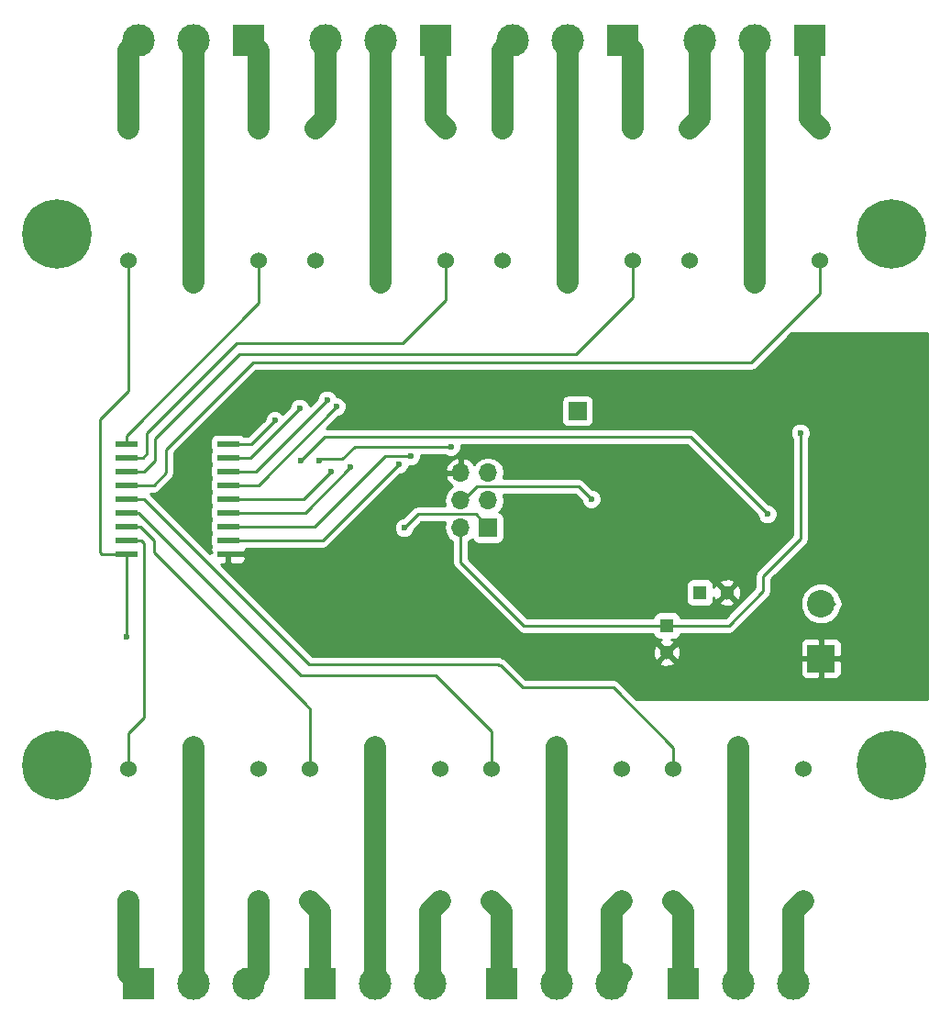
<source format=gbl>
G04 #@! TF.FileFunction,Copper,L2,Bot,Signal*
%FSLAX45Y45*%
G04 Gerber Fmt 4.5, Leading zero omitted, Abs format (unit mm)*
G04 Created by KiCad (PCBNEW 4.0.5-e0-6337~49~ubuntu16.04.1) date Tue Jan 24 14:39:18 2017*
%MOMM*%
%LPD*%
G01*
G04 APERTURE LIST*
%ADD10C,0.100000*%
%ADD11R,2.540000X2.540000*%
%ADD12C,2.540000*%
%ADD13R,1.700000X1.700000*%
%ADD14O,1.700000X1.700000*%
%ADD15R,1.300000X1.300000*%
%ADD16C,1.300000*%
%ADD17R,2.000000X0.600000*%
%ADD18R,3.000000X3.000000*%
%ADD19C,3.000000*%
%ADD20C,1.524000*%
%ADD21C,6.400000*%
%ADD22C,0.600000*%
%ADD23C,0.250000*%
%ADD24C,2.000000*%
%ADD25C,0.254000*%
G04 APERTURE END LIST*
D10*
D11*
X19532600Y-11709400D03*
D12*
X19532600Y-11201400D03*
D13*
X17284700Y-9423400D03*
X16459200Y-10502900D03*
D14*
X16205200Y-10502900D03*
X16459200Y-10248900D03*
X16205200Y-10248900D03*
X16459200Y-9994900D03*
X16205200Y-9994900D03*
D15*
X18415000Y-11099800D03*
D16*
X18665000Y-11099800D03*
D15*
X18110200Y-11404600D03*
D16*
X18110200Y-11654600D03*
D17*
X13119000Y-9728200D03*
X13119000Y-9855200D03*
X13119000Y-9982200D03*
X13119000Y-10109200D03*
X13119000Y-10236200D03*
X13119000Y-10363200D03*
X13119000Y-10490200D03*
X13119000Y-10617200D03*
X13119000Y-10744200D03*
X14059000Y-10744200D03*
X14059000Y-10617200D03*
X14059000Y-10490200D03*
X14059000Y-10363200D03*
X14059000Y-10236200D03*
X14059000Y-10109200D03*
X14059000Y-9982200D03*
X14059000Y-9855200D03*
X14059000Y-9728200D03*
D18*
X14249400Y-6007100D03*
D19*
X13741400Y-6007100D03*
X13233400Y-6007100D03*
X14960600Y-6007100D03*
X15468600Y-6007100D03*
D18*
X15976600Y-6007100D03*
X17703800Y-6007100D03*
D19*
X17195800Y-6007100D03*
X16687800Y-6007100D03*
X18415000Y-6007100D03*
X18923000Y-6007100D03*
D18*
X19431000Y-6007100D03*
D19*
X19278600Y-14706600D03*
X18770600Y-14706600D03*
D18*
X18262600Y-14706600D03*
X16586200Y-14706600D03*
D19*
X17094200Y-14706600D03*
X17602200Y-14706600D03*
X15925800Y-14706600D03*
X15417800Y-14706600D03*
D18*
X14909800Y-14706600D03*
X13233400Y-14706600D03*
D19*
X13741400Y-14706600D03*
X14249400Y-14706600D03*
D20*
X13741400Y-8239500D03*
X13141400Y-6819500D03*
X14341400Y-6819500D03*
X14341400Y-8039500D03*
X13141400Y-8039500D03*
X14868600Y-8039500D03*
X16068600Y-8039500D03*
X16068600Y-6819500D03*
X14868600Y-6819500D03*
X15468600Y-8239500D03*
X17195800Y-8239500D03*
X16595800Y-6819500D03*
X17795800Y-6819500D03*
X17795800Y-8039500D03*
X16595800Y-8039500D03*
X18323000Y-8039500D03*
X19523000Y-8039500D03*
X19523000Y-6819500D03*
X18323000Y-6819500D03*
X18923000Y-8239500D03*
X18770600Y-12525000D03*
X19370600Y-13945000D03*
X18170600Y-13945000D03*
X18170600Y-12725000D03*
X19370600Y-12725000D03*
X17694200Y-12725000D03*
X16494200Y-12725000D03*
X16494200Y-13945000D03*
X17694200Y-13945000D03*
X17094200Y-12525000D03*
X15417800Y-12525000D03*
X16017800Y-13945000D03*
X14817800Y-13945000D03*
X14817800Y-12725000D03*
X16017800Y-12725000D03*
X14341400Y-12725000D03*
X13141400Y-12725000D03*
X13141400Y-13945000D03*
X14341400Y-13945000D03*
X13741400Y-12525000D03*
D21*
X20183000Y-7792700D03*
X12483000Y-7792700D03*
X12483000Y-12697400D03*
X20183000Y-12697400D03*
D22*
X19342100Y-9626600D03*
X17411700Y-10236200D03*
X15684500Y-10502900D03*
X14897100Y-9880600D03*
X16116300Y-9753600D03*
X14732000Y-9880600D03*
X19037300Y-10375900D03*
X13119100Y-11506200D03*
X15633700Y-9918700D03*
X15748000Y-9842500D03*
X15189200Y-9944100D03*
X15011400Y-9982200D03*
X15062200Y-9385300D03*
X14973300Y-9321800D03*
X14719300Y-9398000D03*
X14490700Y-9512300D03*
D23*
X16205200Y-10502900D02*
X16205200Y-10820400D01*
X16789400Y-11404600D02*
X18110200Y-11404600D01*
X16205200Y-10820400D02*
X16789400Y-11404600D01*
X19342100Y-9626600D02*
X19342100Y-10604500D01*
X19342100Y-10604500D02*
X18999200Y-10947400D01*
X18999200Y-10947400D02*
X18999200Y-11087100D01*
X18999200Y-11087100D02*
X18681700Y-11404600D01*
X18681700Y-11404600D02*
X18110200Y-11404600D01*
X16205200Y-10248900D02*
X16230600Y-10248900D01*
X16230600Y-10248900D02*
X16357600Y-10121900D01*
X17297400Y-10121900D02*
X17411700Y-10236200D01*
X16357600Y-10121900D02*
X17297400Y-10121900D01*
X16205200Y-10248900D02*
X16205200Y-10274300D01*
X16205200Y-10248900D02*
X16217900Y-10248900D01*
X15684500Y-10502900D02*
X15786100Y-10401300D01*
X16459200Y-10502900D02*
X16459200Y-10490200D01*
X16459200Y-10490200D02*
X16344900Y-10375900D01*
X15811500Y-10375900D02*
X15786100Y-10401300D01*
X16344900Y-10375900D02*
X15811500Y-10375900D01*
X16459200Y-10502900D02*
X16459200Y-10515600D01*
X14909800Y-9867900D02*
X15113000Y-9867900D01*
X14897100Y-9880600D02*
X14909800Y-9867900D01*
X16116300Y-9753600D02*
X15227300Y-9753600D01*
X15227300Y-9753600D02*
X15113000Y-9867900D01*
X18326100Y-9664700D02*
X19037300Y-10375900D01*
X14947900Y-9664700D02*
X18326100Y-9664700D01*
X14732000Y-9880600D02*
X14947900Y-9664700D01*
X13119000Y-9728200D02*
X13119000Y-9652100D01*
X14341400Y-8429700D02*
X14341400Y-8039500D01*
X13119000Y-9652100D02*
X14341400Y-8429700D01*
X16068600Y-8039500D02*
X16068600Y-8404300D01*
X13271500Y-9855200D02*
X13119000Y-9855200D01*
X13309600Y-9817100D02*
X13271500Y-9855200D01*
X13309600Y-9626600D02*
X13309600Y-9817100D01*
X14135100Y-8801100D02*
X13309600Y-9626600D01*
X15671800Y-8801100D02*
X14135100Y-8801100D01*
X16068600Y-8404300D02*
X15671800Y-8801100D01*
X13119000Y-9982200D02*
X13284200Y-9982200D01*
X17795800Y-8378900D02*
X17795800Y-8039500D01*
X17272000Y-8902700D02*
X17795800Y-8378900D01*
X14160500Y-8902700D02*
X17272000Y-8902700D01*
X13385800Y-9677400D02*
X14160500Y-8902700D01*
X13385800Y-9880600D02*
X13385800Y-9677400D01*
X13284200Y-9982200D02*
X13385800Y-9880600D01*
X19523000Y-8039500D02*
X19523000Y-8340800D01*
X13373100Y-10109200D02*
X13119000Y-10109200D01*
X13487400Y-9994900D02*
X13373100Y-10109200D01*
X13487400Y-9779000D02*
X13487400Y-9994900D01*
X14287500Y-8978900D02*
X13487400Y-9779000D01*
X18884900Y-8978900D02*
X14287500Y-8978900D01*
X19523000Y-8340800D02*
X18884900Y-8978900D01*
X16560800Y-11772900D02*
X16573500Y-11772900D01*
X18170600Y-12531800D02*
X18170600Y-12725000D01*
X17614900Y-11976100D02*
X18170600Y-12531800D01*
X16776700Y-11976100D02*
X17614900Y-11976100D01*
X16573500Y-11772900D02*
X16776700Y-11976100D01*
X13284200Y-10236200D02*
X13119000Y-10236200D01*
X14808200Y-11760200D02*
X13284200Y-10236200D01*
X16548100Y-11760200D02*
X14808200Y-11760200D01*
X16560800Y-11772900D02*
X16548100Y-11760200D01*
X16494200Y-12725000D02*
X16494200Y-12379400D01*
X15976600Y-11861800D02*
X15887700Y-11861800D01*
X16494200Y-12379400D02*
X15976600Y-11861800D01*
X13119000Y-10363200D02*
X13233400Y-10363200D01*
X14732000Y-11861800D02*
X15887700Y-11861800D01*
X13233400Y-10363200D02*
X14732000Y-11861800D01*
X14817800Y-12725000D02*
X14817800Y-12176200D01*
X14817800Y-12176200D02*
X14770100Y-12128500D01*
X13119000Y-10490200D02*
X13246100Y-10490200D01*
X13373100Y-10731500D02*
X14770100Y-12128500D01*
X13373100Y-10617200D02*
X13373100Y-10731500D01*
X13246100Y-10490200D02*
X13373100Y-10617200D01*
X13284200Y-11988800D02*
X13284200Y-12255500D01*
X13141400Y-12398300D02*
X13141400Y-12725000D01*
X13284200Y-12255500D02*
X13141400Y-12398300D01*
X13119000Y-10617200D02*
X13258800Y-10617200D01*
X13284200Y-10642600D02*
X13284200Y-11988800D01*
X13258800Y-10617200D02*
X13284200Y-10642600D01*
X13119000Y-10744200D02*
X13119000Y-11506100D01*
X13119000Y-11506100D02*
X13119100Y-11506200D01*
X13141400Y-8039500D02*
X13141400Y-9236000D01*
X13141400Y-9236000D02*
X12877800Y-9499600D01*
X13119000Y-10744200D02*
X12890500Y-10744200D01*
X12890500Y-10744200D02*
X12877800Y-10731500D01*
X12877800Y-10731500D02*
X12877800Y-9499600D01*
X19532600Y-11201400D02*
X19659600Y-11201400D01*
X14059000Y-10617200D02*
X14935200Y-10617200D01*
X14935200Y-10617200D02*
X15633700Y-9918700D01*
X14859000Y-10490200D02*
X14059000Y-10490200D01*
X15506700Y-9842500D02*
X14859000Y-10490200D01*
X15748000Y-9842500D02*
X15506700Y-9842500D01*
X14059000Y-10363200D02*
X14770100Y-10363200D01*
X14770100Y-10363200D02*
X15189200Y-9944100D01*
X14059000Y-10236200D02*
X14757400Y-10236200D01*
X14757400Y-10236200D02*
X15011400Y-9982200D01*
X14059000Y-10109200D02*
X14338300Y-10109200D01*
X14338300Y-10109200D02*
X15062200Y-9385300D01*
X14312900Y-9982200D02*
X14059000Y-9982200D01*
X14973300Y-9321800D02*
X14312900Y-9982200D01*
X14262100Y-9855200D02*
X14059000Y-9855200D01*
X14719300Y-9398000D02*
X14262100Y-9855200D01*
X14059000Y-9728200D02*
X14274800Y-9728200D01*
X14274800Y-9728200D02*
X14490700Y-9512300D01*
D24*
X14341400Y-6819500D02*
X14341400Y-6099100D01*
X14341400Y-6099100D02*
X14249400Y-6007100D01*
X13741400Y-6007100D02*
X13741400Y-8239500D01*
X13141400Y-6819500D02*
X13141400Y-6099100D01*
X13141400Y-6099100D02*
X13233400Y-6007100D01*
X14960600Y-6007100D02*
X14960600Y-6727500D01*
X14960600Y-6727500D02*
X14868600Y-6819500D01*
X15468600Y-6007100D02*
X15468600Y-8239500D01*
X15976600Y-6007100D02*
X15976600Y-6727500D01*
X15976600Y-6727500D02*
X16068600Y-6819500D01*
X17795800Y-6819500D02*
X17795800Y-6099100D01*
X17795800Y-6099100D02*
X17703800Y-6007100D01*
X17195800Y-6007100D02*
X17195800Y-8239500D01*
X16595800Y-6819500D02*
X16595800Y-6099100D01*
X16595800Y-6099100D02*
X16687800Y-6007100D01*
X18415000Y-6007100D02*
X18415000Y-6727500D01*
X18415000Y-6727500D02*
X18323000Y-6819500D01*
X18923000Y-6007100D02*
X18923000Y-8239500D01*
X19431000Y-6007100D02*
X19431000Y-6727500D01*
X19431000Y-6727500D02*
X19523000Y-6819500D01*
X19278600Y-14706600D02*
X19278600Y-14037000D01*
X19278600Y-14037000D02*
X19370600Y-13945000D01*
X18770600Y-14706600D02*
X18770600Y-12525000D01*
X18262600Y-14706600D02*
X18262600Y-14037000D01*
X18262600Y-14037000D02*
X18170600Y-13945000D01*
X16586200Y-14706600D02*
X16586200Y-14037000D01*
X16586200Y-14037000D02*
X16494200Y-13945000D01*
X17094200Y-12525000D02*
X17094200Y-14706600D01*
X17602200Y-14706600D02*
X17602200Y-14037000D01*
X17602200Y-14037000D02*
X17694200Y-13945000D01*
X17694200Y-14614600D02*
X17602200Y-14706600D01*
X15925800Y-14706600D02*
X15925800Y-14037000D01*
X15925800Y-14037000D02*
X16017800Y-13945000D01*
X15417800Y-14706600D02*
X15417800Y-12525000D01*
X14909800Y-14706600D02*
X14909800Y-14037000D01*
X14909800Y-14037000D02*
X14817800Y-13945000D01*
X13141400Y-13945000D02*
X13141400Y-14614600D01*
X13141400Y-14614600D02*
X13233400Y-14706600D01*
X13741400Y-12525000D02*
X13741400Y-14706600D01*
X14341400Y-13945000D02*
X14341400Y-14614600D01*
X14341400Y-14614600D02*
X14249400Y-14706600D01*
D25*
G36*
X20512000Y-12084700D02*
X17830980Y-12084700D01*
X17668640Y-11922360D01*
X17643984Y-11905885D01*
X17614900Y-11900100D01*
X16808180Y-11900100D01*
X16652582Y-11744502D01*
X18038259Y-11744502D01*
X18043827Y-11767561D01*
X18092108Y-11784362D01*
X18143143Y-11781408D01*
X18176573Y-11767561D01*
X18182141Y-11744502D01*
X18175615Y-11737975D01*
X19342100Y-11737975D01*
X19342100Y-11849031D01*
X19351767Y-11872370D01*
X19369630Y-11890233D01*
X19392969Y-11899900D01*
X19504025Y-11899900D01*
X19519900Y-11884025D01*
X19519900Y-11722100D01*
X19545300Y-11722100D01*
X19545300Y-11884025D01*
X19561175Y-11899900D01*
X19672231Y-11899900D01*
X19695570Y-11890233D01*
X19713433Y-11872370D01*
X19723100Y-11849031D01*
X19723100Y-11737975D01*
X19707225Y-11722100D01*
X19545300Y-11722100D01*
X19519900Y-11722100D01*
X19357975Y-11722100D01*
X19342100Y-11737975D01*
X18175615Y-11737975D01*
X18110200Y-11672560D01*
X18038259Y-11744502D01*
X16652582Y-11744502D01*
X16627240Y-11719160D01*
X16602584Y-11702685D01*
X16593481Y-11700874D01*
X16577184Y-11689985D01*
X16548100Y-11684200D01*
X14839680Y-11684200D01*
X14791988Y-11636508D01*
X17980438Y-11636508D01*
X17983392Y-11687543D01*
X17997239Y-11720973D01*
X18020298Y-11726541D01*
X18092240Y-11654600D01*
X18128161Y-11654600D01*
X18200102Y-11726541D01*
X18223161Y-11720973D01*
X18239962Y-11672692D01*
X18237008Y-11621657D01*
X18223161Y-11588227D01*
X18200102Y-11582659D01*
X18128161Y-11654600D01*
X18092240Y-11654600D01*
X18020298Y-11582659D01*
X17997239Y-11588227D01*
X17980438Y-11636508D01*
X14791988Y-11636508D01*
X13993180Y-10837700D01*
X14030425Y-10837700D01*
X14046300Y-10821825D01*
X14046300Y-10756900D01*
X14071700Y-10756900D01*
X14071700Y-10821825D01*
X14087575Y-10837700D01*
X14171631Y-10837700D01*
X14194970Y-10828033D01*
X14212833Y-10810170D01*
X14222500Y-10786831D01*
X14222500Y-10772775D01*
X14206625Y-10756900D01*
X14071700Y-10756900D01*
X14046300Y-10756900D01*
X14044300Y-10756900D01*
X14044300Y-10731500D01*
X14046300Y-10731500D01*
X14046300Y-10729500D01*
X14071700Y-10729500D01*
X14071700Y-10731500D01*
X14206625Y-10731500D01*
X14222500Y-10715625D01*
X14222500Y-10701569D01*
X14219033Y-10693200D01*
X14935200Y-10693200D01*
X14964284Y-10687415D01*
X14988940Y-10670940D01*
X15138463Y-10521417D01*
X15590984Y-10521417D01*
X15605188Y-10555794D01*
X15631467Y-10582119D01*
X15665820Y-10596384D01*
X15703017Y-10596416D01*
X15737394Y-10582212D01*
X15763719Y-10555933D01*
X15777984Y-10521580D01*
X15777988Y-10516892D01*
X15842980Y-10451900D01*
X16063935Y-10451900D01*
X16053791Y-10502900D01*
X16065095Y-10559729D01*
X16097285Y-10607905D01*
X16129200Y-10629230D01*
X16129200Y-10820400D01*
X16134985Y-10849484D01*
X16151460Y-10874140D01*
X16735660Y-11458340D01*
X16760316Y-11474815D01*
X16789400Y-11480600D01*
X17982526Y-11480600D01*
X17984884Y-11493132D01*
X17998791Y-11514744D01*
X18020011Y-11529243D01*
X18045200Y-11534344D01*
X18061439Y-11534344D01*
X18043827Y-11541639D01*
X18038259Y-11564698D01*
X18110200Y-11636639D01*
X18177070Y-11569769D01*
X19342100Y-11569769D01*
X19342100Y-11680825D01*
X19357975Y-11696700D01*
X19519900Y-11696700D01*
X19519900Y-11534775D01*
X19545300Y-11534775D01*
X19545300Y-11696700D01*
X19707225Y-11696700D01*
X19723100Y-11680825D01*
X19723100Y-11569769D01*
X19713433Y-11546430D01*
X19695570Y-11528567D01*
X19672231Y-11518900D01*
X19561175Y-11518900D01*
X19545300Y-11534775D01*
X19519900Y-11534775D01*
X19504025Y-11518900D01*
X19392969Y-11518900D01*
X19369630Y-11528567D01*
X19351767Y-11546430D01*
X19342100Y-11569769D01*
X18177070Y-11569769D01*
X18182141Y-11564698D01*
X18176573Y-11541639D01*
X18155610Y-11534344D01*
X18175200Y-11534344D01*
X18198732Y-11529916D01*
X18220344Y-11516009D01*
X18234843Y-11494789D01*
X18237716Y-11480600D01*
X18681700Y-11480600D01*
X18710784Y-11474815D01*
X18735440Y-11458340D01*
X18954654Y-11239126D01*
X19342067Y-11239126D01*
X19371008Y-11309169D01*
X19424550Y-11362804D01*
X19494541Y-11391867D01*
X19570327Y-11391933D01*
X19640369Y-11362992D01*
X19694004Y-11309450D01*
X19721834Y-11242428D01*
X19729815Y-11230484D01*
X19735600Y-11201400D01*
X19729815Y-11172316D01*
X19721663Y-11160116D01*
X19694192Y-11093631D01*
X19640651Y-11039996D01*
X19570659Y-11010933D01*
X19494874Y-11010867D01*
X19424831Y-11039808D01*
X19371196Y-11093350D01*
X19342133Y-11163341D01*
X19342067Y-11239126D01*
X18954654Y-11239126D01*
X19052940Y-11140840D01*
X19069415Y-11116184D01*
X19075200Y-11087100D01*
X19075200Y-10978880D01*
X19395840Y-10658240D01*
X19412315Y-10633584D01*
X19418100Y-10604500D01*
X19418100Y-9682846D01*
X19421319Y-9679633D01*
X19435584Y-9645280D01*
X19435616Y-9608083D01*
X19421412Y-9573706D01*
X19395133Y-9547381D01*
X19360780Y-9533116D01*
X19323583Y-9533084D01*
X19289206Y-9547288D01*
X19262881Y-9573567D01*
X19248616Y-9607920D01*
X19248584Y-9645117D01*
X19262788Y-9679494D01*
X19266100Y-9682812D01*
X19266100Y-10573020D01*
X18945460Y-10893660D01*
X18928985Y-10918316D01*
X18923200Y-10947400D01*
X18923200Y-11055620D01*
X18650220Y-11328600D01*
X18237874Y-11328600D01*
X18235516Y-11316068D01*
X18221609Y-11294456D01*
X18200389Y-11279957D01*
X18175200Y-11274856D01*
X18045200Y-11274856D01*
X18021668Y-11279284D01*
X18000056Y-11293191D01*
X17985557Y-11314411D01*
X17982684Y-11328600D01*
X16820880Y-11328600D01*
X16527080Y-11034800D01*
X18285256Y-11034800D01*
X18285256Y-11164800D01*
X18289684Y-11188332D01*
X18303591Y-11209944D01*
X18324811Y-11224443D01*
X18350000Y-11229544D01*
X18480000Y-11229544D01*
X18503532Y-11225116D01*
X18525144Y-11211209D01*
X18539643Y-11189989D01*
X18539701Y-11189702D01*
X18593059Y-11189702D01*
X18598627Y-11212761D01*
X18646908Y-11229562D01*
X18697943Y-11226608D01*
X18731373Y-11212761D01*
X18736941Y-11189702D01*
X18665000Y-11117761D01*
X18593059Y-11189702D01*
X18539701Y-11189702D01*
X18544744Y-11164800D01*
X18544744Y-11148562D01*
X18552039Y-11166173D01*
X18575098Y-11171741D01*
X18647040Y-11099800D01*
X18682961Y-11099800D01*
X18754902Y-11171741D01*
X18777961Y-11166173D01*
X18794762Y-11117892D01*
X18791808Y-11066857D01*
X18777961Y-11033427D01*
X18754902Y-11027859D01*
X18682961Y-11099800D01*
X18647040Y-11099800D01*
X18575098Y-11027859D01*
X18552039Y-11033427D01*
X18544744Y-11054390D01*
X18544744Y-11034800D01*
X18540316Y-11011268D01*
X18539435Y-11009898D01*
X18593059Y-11009898D01*
X18665000Y-11081840D01*
X18736941Y-11009898D01*
X18731373Y-10986839D01*
X18683092Y-10970038D01*
X18632057Y-10972992D01*
X18598627Y-10986839D01*
X18593059Y-11009898D01*
X18539435Y-11009898D01*
X18526409Y-10989656D01*
X18505189Y-10975157D01*
X18480000Y-10970056D01*
X18350000Y-10970056D01*
X18326468Y-10974484D01*
X18304856Y-10988391D01*
X18290357Y-11009611D01*
X18285256Y-11034800D01*
X16527080Y-11034800D01*
X16281200Y-10788920D01*
X16281200Y-10629230D01*
X16313115Y-10607905D01*
X16313197Y-10607782D01*
X16313884Y-10611432D01*
X16327791Y-10633044D01*
X16349011Y-10647543D01*
X16374200Y-10652644D01*
X16544200Y-10652644D01*
X16567732Y-10648216D01*
X16589344Y-10634309D01*
X16603843Y-10613089D01*
X16608944Y-10587900D01*
X16608944Y-10417900D01*
X16604516Y-10394368D01*
X16590609Y-10372756D01*
X16569389Y-10358257D01*
X16562646Y-10356891D01*
X16567115Y-10353905D01*
X16599305Y-10305729D01*
X16610609Y-10248900D01*
X16600465Y-10197900D01*
X17265920Y-10197900D01*
X17318188Y-10250168D01*
X17318184Y-10254717D01*
X17332388Y-10289094D01*
X17358667Y-10315419D01*
X17393020Y-10329684D01*
X17430217Y-10329716D01*
X17464594Y-10315512D01*
X17490919Y-10289233D01*
X17505184Y-10254880D01*
X17505216Y-10217683D01*
X17491012Y-10183306D01*
X17464733Y-10156981D01*
X17430380Y-10142716D01*
X17425692Y-10142712D01*
X17351140Y-10068160D01*
X17326484Y-10051685D01*
X17297400Y-10045900D01*
X16600465Y-10045900D01*
X16610609Y-9994900D01*
X16599305Y-9938072D01*
X16567115Y-9889895D01*
X16518938Y-9857704D01*
X16462109Y-9846400D01*
X16456291Y-9846400D01*
X16399462Y-9857704D01*
X16351285Y-9889895D01*
X16332365Y-9918210D01*
X16332364Y-9918208D01*
X16293336Y-9875382D01*
X16240889Y-9850751D01*
X16217900Y-9862818D01*
X16217900Y-9982200D01*
X16219900Y-9982200D01*
X16219900Y-10007600D01*
X16217900Y-10007600D01*
X16217900Y-10009600D01*
X16192500Y-10009600D01*
X16192500Y-10007600D01*
X16073184Y-10007600D01*
X16061052Y-10030589D01*
X16078035Y-10071592D01*
X16117064Y-10114418D01*
X16131355Y-10121130D01*
X16097285Y-10143895D01*
X16065095Y-10192072D01*
X16053791Y-10248900D01*
X16063935Y-10299900D01*
X15811500Y-10299900D01*
X15782416Y-10305685D01*
X15757760Y-10322160D01*
X15670532Y-10409388D01*
X15665983Y-10409384D01*
X15631606Y-10423588D01*
X15605281Y-10449867D01*
X15591016Y-10484220D01*
X15590984Y-10521417D01*
X15138463Y-10521417D01*
X15647668Y-10012212D01*
X15652217Y-10012216D01*
X15686594Y-9998012D01*
X15712919Y-9971733D01*
X15718119Y-9959211D01*
X16061052Y-9959211D01*
X16073184Y-9982200D01*
X16192500Y-9982200D01*
X16192500Y-9862818D01*
X16169511Y-9850751D01*
X16117064Y-9875382D01*
X16078035Y-9918208D01*
X16061052Y-9959211D01*
X15718119Y-9959211D01*
X15727184Y-9937380D01*
X15727186Y-9935098D01*
X15729320Y-9935984D01*
X15766517Y-9936016D01*
X15800894Y-9921812D01*
X15827219Y-9895533D01*
X15841484Y-9861180D01*
X15841511Y-9829600D01*
X16060054Y-9829600D01*
X16063267Y-9832819D01*
X16097620Y-9847084D01*
X16134817Y-9847116D01*
X16169194Y-9832912D01*
X16195519Y-9806633D01*
X16209784Y-9772280D01*
X16209811Y-9740700D01*
X18294620Y-9740700D01*
X18943788Y-10389868D01*
X18943784Y-10394417D01*
X18957988Y-10428794D01*
X18984267Y-10455119D01*
X19018620Y-10469384D01*
X19055817Y-10469416D01*
X19090194Y-10455212D01*
X19116519Y-10428933D01*
X19130784Y-10394580D01*
X19130816Y-10357383D01*
X19116612Y-10323006D01*
X19090333Y-10296681D01*
X19055980Y-10282416D01*
X19051292Y-10282412D01*
X18379840Y-9610960D01*
X18355184Y-9594485D01*
X18326100Y-9588700D01*
X14966280Y-9588700D01*
X15076168Y-9478812D01*
X15080717Y-9478816D01*
X15115094Y-9464612D01*
X15141419Y-9438333D01*
X15155684Y-9403980D01*
X15155716Y-9366783D01*
X15143988Y-9338400D01*
X17134956Y-9338400D01*
X17134956Y-9508400D01*
X17139384Y-9531932D01*
X17153291Y-9553544D01*
X17174511Y-9568043D01*
X17199700Y-9573144D01*
X17369700Y-9573144D01*
X17393232Y-9568716D01*
X17414844Y-9554809D01*
X17429343Y-9533589D01*
X17434444Y-9508400D01*
X17434444Y-9338400D01*
X17430016Y-9314868D01*
X17416109Y-9293256D01*
X17394889Y-9278757D01*
X17369700Y-9273656D01*
X17199700Y-9273656D01*
X17176168Y-9278084D01*
X17154556Y-9291991D01*
X17140057Y-9313211D01*
X17134956Y-9338400D01*
X15143988Y-9338400D01*
X15141512Y-9332406D01*
X15115233Y-9306081D01*
X15080880Y-9291816D01*
X15062071Y-9291800D01*
X15052612Y-9268906D01*
X15026333Y-9242581D01*
X14991980Y-9228316D01*
X14954783Y-9228284D01*
X14920406Y-9242488D01*
X14894081Y-9268767D01*
X14879816Y-9303120D01*
X14879812Y-9307808D01*
X14811448Y-9376172D01*
X14798612Y-9345106D01*
X14772333Y-9318781D01*
X14737980Y-9304516D01*
X14700783Y-9304484D01*
X14666406Y-9318688D01*
X14640081Y-9344967D01*
X14625816Y-9379320D01*
X14625812Y-9384008D01*
X14560221Y-9449598D01*
X14543733Y-9433081D01*
X14509380Y-9418816D01*
X14472183Y-9418784D01*
X14437806Y-9432988D01*
X14411481Y-9459267D01*
X14397216Y-9493620D01*
X14397212Y-9498308D01*
X14243320Y-9652200D01*
X14204156Y-9652200D01*
X14184189Y-9638557D01*
X14159000Y-9633456D01*
X13959000Y-9633456D01*
X13935468Y-9637884D01*
X13913856Y-9651791D01*
X13899357Y-9673011D01*
X13894256Y-9698200D01*
X13894256Y-9758200D01*
X13898684Y-9781732D01*
X13905068Y-9791653D01*
X13899357Y-9800011D01*
X13894256Y-9825200D01*
X13894256Y-9885200D01*
X13898684Y-9908732D01*
X13905068Y-9918653D01*
X13899357Y-9927011D01*
X13894256Y-9952200D01*
X13894256Y-10012200D01*
X13898684Y-10035732D01*
X13905068Y-10045653D01*
X13899357Y-10054011D01*
X13894256Y-10079200D01*
X13894256Y-10139200D01*
X13898684Y-10162732D01*
X13905068Y-10172653D01*
X13899357Y-10181011D01*
X13894256Y-10206200D01*
X13894256Y-10266200D01*
X13898684Y-10289732D01*
X13905068Y-10299653D01*
X13899357Y-10308011D01*
X13894256Y-10333200D01*
X13894256Y-10393200D01*
X13898684Y-10416732D01*
X13905068Y-10426653D01*
X13899357Y-10435011D01*
X13894256Y-10460200D01*
X13894256Y-10520200D01*
X13898684Y-10543732D01*
X13905068Y-10553653D01*
X13899357Y-10562011D01*
X13894256Y-10587200D01*
X13894256Y-10647200D01*
X13898684Y-10670732D01*
X13904518Y-10679798D01*
X13895500Y-10701569D01*
X13895500Y-10715625D01*
X13911375Y-10731500D01*
X13895500Y-10731500D01*
X13895500Y-10740020D01*
X13340680Y-10185200D01*
X13373100Y-10185200D01*
X13402184Y-10179415D01*
X13426840Y-10162940D01*
X13541140Y-10048640D01*
X13557615Y-10023984D01*
X13563400Y-9994900D01*
X13563400Y-9810480D01*
X14318980Y-9054900D01*
X18884900Y-9054900D01*
X18913984Y-9049115D01*
X18938640Y-9032640D01*
X19261180Y-8710100D01*
X20512000Y-8710100D01*
X20512000Y-12084700D01*
X20512000Y-12084700D01*
G37*
X20512000Y-12084700D02*
X17830980Y-12084700D01*
X17668640Y-11922360D01*
X17643984Y-11905885D01*
X17614900Y-11900100D01*
X16808180Y-11900100D01*
X16652582Y-11744502D01*
X18038259Y-11744502D01*
X18043827Y-11767561D01*
X18092108Y-11784362D01*
X18143143Y-11781408D01*
X18176573Y-11767561D01*
X18182141Y-11744502D01*
X18175615Y-11737975D01*
X19342100Y-11737975D01*
X19342100Y-11849031D01*
X19351767Y-11872370D01*
X19369630Y-11890233D01*
X19392969Y-11899900D01*
X19504025Y-11899900D01*
X19519900Y-11884025D01*
X19519900Y-11722100D01*
X19545300Y-11722100D01*
X19545300Y-11884025D01*
X19561175Y-11899900D01*
X19672231Y-11899900D01*
X19695570Y-11890233D01*
X19713433Y-11872370D01*
X19723100Y-11849031D01*
X19723100Y-11737975D01*
X19707225Y-11722100D01*
X19545300Y-11722100D01*
X19519900Y-11722100D01*
X19357975Y-11722100D01*
X19342100Y-11737975D01*
X18175615Y-11737975D01*
X18110200Y-11672560D01*
X18038259Y-11744502D01*
X16652582Y-11744502D01*
X16627240Y-11719160D01*
X16602584Y-11702685D01*
X16593481Y-11700874D01*
X16577184Y-11689985D01*
X16548100Y-11684200D01*
X14839680Y-11684200D01*
X14791988Y-11636508D01*
X17980438Y-11636508D01*
X17983392Y-11687543D01*
X17997239Y-11720973D01*
X18020298Y-11726541D01*
X18092240Y-11654600D01*
X18128161Y-11654600D01*
X18200102Y-11726541D01*
X18223161Y-11720973D01*
X18239962Y-11672692D01*
X18237008Y-11621657D01*
X18223161Y-11588227D01*
X18200102Y-11582659D01*
X18128161Y-11654600D01*
X18092240Y-11654600D01*
X18020298Y-11582659D01*
X17997239Y-11588227D01*
X17980438Y-11636508D01*
X14791988Y-11636508D01*
X13993180Y-10837700D01*
X14030425Y-10837700D01*
X14046300Y-10821825D01*
X14046300Y-10756900D01*
X14071700Y-10756900D01*
X14071700Y-10821825D01*
X14087575Y-10837700D01*
X14171631Y-10837700D01*
X14194970Y-10828033D01*
X14212833Y-10810170D01*
X14222500Y-10786831D01*
X14222500Y-10772775D01*
X14206625Y-10756900D01*
X14071700Y-10756900D01*
X14046300Y-10756900D01*
X14044300Y-10756900D01*
X14044300Y-10731500D01*
X14046300Y-10731500D01*
X14046300Y-10729500D01*
X14071700Y-10729500D01*
X14071700Y-10731500D01*
X14206625Y-10731500D01*
X14222500Y-10715625D01*
X14222500Y-10701569D01*
X14219033Y-10693200D01*
X14935200Y-10693200D01*
X14964284Y-10687415D01*
X14988940Y-10670940D01*
X15138463Y-10521417D01*
X15590984Y-10521417D01*
X15605188Y-10555794D01*
X15631467Y-10582119D01*
X15665820Y-10596384D01*
X15703017Y-10596416D01*
X15737394Y-10582212D01*
X15763719Y-10555933D01*
X15777984Y-10521580D01*
X15777988Y-10516892D01*
X15842980Y-10451900D01*
X16063935Y-10451900D01*
X16053791Y-10502900D01*
X16065095Y-10559729D01*
X16097285Y-10607905D01*
X16129200Y-10629230D01*
X16129200Y-10820400D01*
X16134985Y-10849484D01*
X16151460Y-10874140D01*
X16735660Y-11458340D01*
X16760316Y-11474815D01*
X16789400Y-11480600D01*
X17982526Y-11480600D01*
X17984884Y-11493132D01*
X17998791Y-11514744D01*
X18020011Y-11529243D01*
X18045200Y-11534344D01*
X18061439Y-11534344D01*
X18043827Y-11541639D01*
X18038259Y-11564698D01*
X18110200Y-11636639D01*
X18177070Y-11569769D01*
X19342100Y-11569769D01*
X19342100Y-11680825D01*
X19357975Y-11696700D01*
X19519900Y-11696700D01*
X19519900Y-11534775D01*
X19545300Y-11534775D01*
X19545300Y-11696700D01*
X19707225Y-11696700D01*
X19723100Y-11680825D01*
X19723100Y-11569769D01*
X19713433Y-11546430D01*
X19695570Y-11528567D01*
X19672231Y-11518900D01*
X19561175Y-11518900D01*
X19545300Y-11534775D01*
X19519900Y-11534775D01*
X19504025Y-11518900D01*
X19392969Y-11518900D01*
X19369630Y-11528567D01*
X19351767Y-11546430D01*
X19342100Y-11569769D01*
X18177070Y-11569769D01*
X18182141Y-11564698D01*
X18176573Y-11541639D01*
X18155610Y-11534344D01*
X18175200Y-11534344D01*
X18198732Y-11529916D01*
X18220344Y-11516009D01*
X18234843Y-11494789D01*
X18237716Y-11480600D01*
X18681700Y-11480600D01*
X18710784Y-11474815D01*
X18735440Y-11458340D01*
X18954654Y-11239126D01*
X19342067Y-11239126D01*
X19371008Y-11309169D01*
X19424550Y-11362804D01*
X19494541Y-11391867D01*
X19570327Y-11391933D01*
X19640369Y-11362992D01*
X19694004Y-11309450D01*
X19721834Y-11242428D01*
X19729815Y-11230484D01*
X19735600Y-11201400D01*
X19729815Y-11172316D01*
X19721663Y-11160116D01*
X19694192Y-11093631D01*
X19640651Y-11039996D01*
X19570659Y-11010933D01*
X19494874Y-11010867D01*
X19424831Y-11039808D01*
X19371196Y-11093350D01*
X19342133Y-11163341D01*
X19342067Y-11239126D01*
X18954654Y-11239126D01*
X19052940Y-11140840D01*
X19069415Y-11116184D01*
X19075200Y-11087100D01*
X19075200Y-10978880D01*
X19395840Y-10658240D01*
X19412315Y-10633584D01*
X19418100Y-10604500D01*
X19418100Y-9682846D01*
X19421319Y-9679633D01*
X19435584Y-9645280D01*
X19435616Y-9608083D01*
X19421412Y-9573706D01*
X19395133Y-9547381D01*
X19360780Y-9533116D01*
X19323583Y-9533084D01*
X19289206Y-9547288D01*
X19262881Y-9573567D01*
X19248616Y-9607920D01*
X19248584Y-9645117D01*
X19262788Y-9679494D01*
X19266100Y-9682812D01*
X19266100Y-10573020D01*
X18945460Y-10893660D01*
X18928985Y-10918316D01*
X18923200Y-10947400D01*
X18923200Y-11055620D01*
X18650220Y-11328600D01*
X18237874Y-11328600D01*
X18235516Y-11316068D01*
X18221609Y-11294456D01*
X18200389Y-11279957D01*
X18175200Y-11274856D01*
X18045200Y-11274856D01*
X18021668Y-11279284D01*
X18000056Y-11293191D01*
X17985557Y-11314411D01*
X17982684Y-11328600D01*
X16820880Y-11328600D01*
X16527080Y-11034800D01*
X18285256Y-11034800D01*
X18285256Y-11164800D01*
X18289684Y-11188332D01*
X18303591Y-11209944D01*
X18324811Y-11224443D01*
X18350000Y-11229544D01*
X18480000Y-11229544D01*
X18503532Y-11225116D01*
X18525144Y-11211209D01*
X18539643Y-11189989D01*
X18539701Y-11189702D01*
X18593059Y-11189702D01*
X18598627Y-11212761D01*
X18646908Y-11229562D01*
X18697943Y-11226608D01*
X18731373Y-11212761D01*
X18736941Y-11189702D01*
X18665000Y-11117761D01*
X18593059Y-11189702D01*
X18539701Y-11189702D01*
X18544744Y-11164800D01*
X18544744Y-11148562D01*
X18552039Y-11166173D01*
X18575098Y-11171741D01*
X18647040Y-11099800D01*
X18682961Y-11099800D01*
X18754902Y-11171741D01*
X18777961Y-11166173D01*
X18794762Y-11117892D01*
X18791808Y-11066857D01*
X18777961Y-11033427D01*
X18754902Y-11027859D01*
X18682961Y-11099800D01*
X18647040Y-11099800D01*
X18575098Y-11027859D01*
X18552039Y-11033427D01*
X18544744Y-11054390D01*
X18544744Y-11034800D01*
X18540316Y-11011268D01*
X18539435Y-11009898D01*
X18593059Y-11009898D01*
X18665000Y-11081840D01*
X18736941Y-11009898D01*
X18731373Y-10986839D01*
X18683092Y-10970038D01*
X18632057Y-10972992D01*
X18598627Y-10986839D01*
X18593059Y-11009898D01*
X18539435Y-11009898D01*
X18526409Y-10989656D01*
X18505189Y-10975157D01*
X18480000Y-10970056D01*
X18350000Y-10970056D01*
X18326468Y-10974484D01*
X18304856Y-10988391D01*
X18290357Y-11009611D01*
X18285256Y-11034800D01*
X16527080Y-11034800D01*
X16281200Y-10788920D01*
X16281200Y-10629230D01*
X16313115Y-10607905D01*
X16313197Y-10607782D01*
X16313884Y-10611432D01*
X16327791Y-10633044D01*
X16349011Y-10647543D01*
X16374200Y-10652644D01*
X16544200Y-10652644D01*
X16567732Y-10648216D01*
X16589344Y-10634309D01*
X16603843Y-10613089D01*
X16608944Y-10587900D01*
X16608944Y-10417900D01*
X16604516Y-10394368D01*
X16590609Y-10372756D01*
X16569389Y-10358257D01*
X16562646Y-10356891D01*
X16567115Y-10353905D01*
X16599305Y-10305729D01*
X16610609Y-10248900D01*
X16600465Y-10197900D01*
X17265920Y-10197900D01*
X17318188Y-10250168D01*
X17318184Y-10254717D01*
X17332388Y-10289094D01*
X17358667Y-10315419D01*
X17393020Y-10329684D01*
X17430217Y-10329716D01*
X17464594Y-10315512D01*
X17490919Y-10289233D01*
X17505184Y-10254880D01*
X17505216Y-10217683D01*
X17491012Y-10183306D01*
X17464733Y-10156981D01*
X17430380Y-10142716D01*
X17425692Y-10142712D01*
X17351140Y-10068160D01*
X17326484Y-10051685D01*
X17297400Y-10045900D01*
X16600465Y-10045900D01*
X16610609Y-9994900D01*
X16599305Y-9938072D01*
X16567115Y-9889895D01*
X16518938Y-9857704D01*
X16462109Y-9846400D01*
X16456291Y-9846400D01*
X16399462Y-9857704D01*
X16351285Y-9889895D01*
X16332365Y-9918210D01*
X16332364Y-9918208D01*
X16293336Y-9875382D01*
X16240889Y-9850751D01*
X16217900Y-9862818D01*
X16217900Y-9982200D01*
X16219900Y-9982200D01*
X16219900Y-10007600D01*
X16217900Y-10007600D01*
X16217900Y-10009600D01*
X16192500Y-10009600D01*
X16192500Y-10007600D01*
X16073184Y-10007600D01*
X16061052Y-10030589D01*
X16078035Y-10071592D01*
X16117064Y-10114418D01*
X16131355Y-10121130D01*
X16097285Y-10143895D01*
X16065095Y-10192072D01*
X16053791Y-10248900D01*
X16063935Y-10299900D01*
X15811500Y-10299900D01*
X15782416Y-10305685D01*
X15757760Y-10322160D01*
X15670532Y-10409388D01*
X15665983Y-10409384D01*
X15631606Y-10423588D01*
X15605281Y-10449867D01*
X15591016Y-10484220D01*
X15590984Y-10521417D01*
X15138463Y-10521417D01*
X15647668Y-10012212D01*
X15652217Y-10012216D01*
X15686594Y-9998012D01*
X15712919Y-9971733D01*
X15718119Y-9959211D01*
X16061052Y-9959211D01*
X16073184Y-9982200D01*
X16192500Y-9982200D01*
X16192500Y-9862818D01*
X16169511Y-9850751D01*
X16117064Y-9875382D01*
X16078035Y-9918208D01*
X16061052Y-9959211D01*
X15718119Y-9959211D01*
X15727184Y-9937380D01*
X15727186Y-9935098D01*
X15729320Y-9935984D01*
X15766517Y-9936016D01*
X15800894Y-9921812D01*
X15827219Y-9895533D01*
X15841484Y-9861180D01*
X15841511Y-9829600D01*
X16060054Y-9829600D01*
X16063267Y-9832819D01*
X16097620Y-9847084D01*
X16134817Y-9847116D01*
X16169194Y-9832912D01*
X16195519Y-9806633D01*
X16209784Y-9772280D01*
X16209811Y-9740700D01*
X18294620Y-9740700D01*
X18943788Y-10389868D01*
X18943784Y-10394417D01*
X18957988Y-10428794D01*
X18984267Y-10455119D01*
X19018620Y-10469384D01*
X19055817Y-10469416D01*
X19090194Y-10455212D01*
X19116519Y-10428933D01*
X19130784Y-10394580D01*
X19130816Y-10357383D01*
X19116612Y-10323006D01*
X19090333Y-10296681D01*
X19055980Y-10282416D01*
X19051292Y-10282412D01*
X18379840Y-9610960D01*
X18355184Y-9594485D01*
X18326100Y-9588700D01*
X14966280Y-9588700D01*
X15076168Y-9478812D01*
X15080717Y-9478816D01*
X15115094Y-9464612D01*
X15141419Y-9438333D01*
X15155684Y-9403980D01*
X15155716Y-9366783D01*
X15143988Y-9338400D01*
X17134956Y-9338400D01*
X17134956Y-9508400D01*
X17139384Y-9531932D01*
X17153291Y-9553544D01*
X17174511Y-9568043D01*
X17199700Y-9573144D01*
X17369700Y-9573144D01*
X17393232Y-9568716D01*
X17414844Y-9554809D01*
X17429343Y-9533589D01*
X17434444Y-9508400D01*
X17434444Y-9338400D01*
X17430016Y-9314868D01*
X17416109Y-9293256D01*
X17394889Y-9278757D01*
X17369700Y-9273656D01*
X17199700Y-9273656D01*
X17176168Y-9278084D01*
X17154556Y-9291991D01*
X17140057Y-9313211D01*
X17134956Y-9338400D01*
X15143988Y-9338400D01*
X15141512Y-9332406D01*
X15115233Y-9306081D01*
X15080880Y-9291816D01*
X15062071Y-9291800D01*
X15052612Y-9268906D01*
X15026333Y-9242581D01*
X14991980Y-9228316D01*
X14954783Y-9228284D01*
X14920406Y-9242488D01*
X14894081Y-9268767D01*
X14879816Y-9303120D01*
X14879812Y-9307808D01*
X14811448Y-9376172D01*
X14798612Y-9345106D01*
X14772333Y-9318781D01*
X14737980Y-9304516D01*
X14700783Y-9304484D01*
X14666406Y-9318688D01*
X14640081Y-9344967D01*
X14625816Y-9379320D01*
X14625812Y-9384008D01*
X14560221Y-9449598D01*
X14543733Y-9433081D01*
X14509380Y-9418816D01*
X14472183Y-9418784D01*
X14437806Y-9432988D01*
X14411481Y-9459267D01*
X14397216Y-9493620D01*
X14397212Y-9498308D01*
X14243320Y-9652200D01*
X14204156Y-9652200D01*
X14184189Y-9638557D01*
X14159000Y-9633456D01*
X13959000Y-9633456D01*
X13935468Y-9637884D01*
X13913856Y-9651791D01*
X13899357Y-9673011D01*
X13894256Y-9698200D01*
X13894256Y-9758200D01*
X13898684Y-9781732D01*
X13905068Y-9791653D01*
X13899357Y-9800011D01*
X13894256Y-9825200D01*
X13894256Y-9885200D01*
X13898684Y-9908732D01*
X13905068Y-9918653D01*
X13899357Y-9927011D01*
X13894256Y-9952200D01*
X13894256Y-10012200D01*
X13898684Y-10035732D01*
X13905068Y-10045653D01*
X13899357Y-10054011D01*
X13894256Y-10079200D01*
X13894256Y-10139200D01*
X13898684Y-10162732D01*
X13905068Y-10172653D01*
X13899357Y-10181011D01*
X13894256Y-10206200D01*
X13894256Y-10266200D01*
X13898684Y-10289732D01*
X13905068Y-10299653D01*
X13899357Y-10308011D01*
X13894256Y-10333200D01*
X13894256Y-10393200D01*
X13898684Y-10416732D01*
X13905068Y-10426653D01*
X13899357Y-10435011D01*
X13894256Y-10460200D01*
X13894256Y-10520200D01*
X13898684Y-10543732D01*
X13905068Y-10553653D01*
X13899357Y-10562011D01*
X13894256Y-10587200D01*
X13894256Y-10647200D01*
X13898684Y-10670732D01*
X13904518Y-10679798D01*
X13895500Y-10701569D01*
X13895500Y-10715625D01*
X13911375Y-10731500D01*
X13895500Y-10731500D01*
X13895500Y-10740020D01*
X13340680Y-10185200D01*
X13373100Y-10185200D01*
X13402184Y-10179415D01*
X13426840Y-10162940D01*
X13541140Y-10048640D01*
X13557615Y-10023984D01*
X13563400Y-9994900D01*
X13563400Y-9810480D01*
X14318980Y-9054900D01*
X18884900Y-9054900D01*
X18913984Y-9049115D01*
X18938640Y-9032640D01*
X19261180Y-8710100D01*
X20512000Y-8710100D01*
X20512000Y-12084700D01*
M02*

</source>
